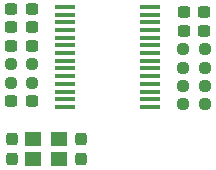
<source format=gbr>
%TF.GenerationSoftware,KiCad,Pcbnew,7.0.7*%
%TF.CreationDate,2023-08-27T10:12:23+07:00*%
%TF.ProjectId,TinyUSBHub,54696e79-5553-4424-9875-622e6b696361,rev?*%
%TF.SameCoordinates,Original*%
%TF.FileFunction,Paste,Top*%
%TF.FilePolarity,Positive*%
%FSLAX46Y46*%
G04 Gerber Fmt 4.6, Leading zero omitted, Abs format (unit mm)*
G04 Created by KiCad (PCBNEW 7.0.7) date 2023-08-27 10:12:23*
%MOMM*%
%LPD*%
G01*
G04 APERTURE LIST*
G04 Aperture macros list*
%AMRoundRect*
0 Rectangle with rounded corners*
0 $1 Rounding radius*
0 $2 $3 $4 $5 $6 $7 $8 $9 X,Y pos of 4 corners*
0 Add a 4 corners polygon primitive as box body*
4,1,4,$2,$3,$4,$5,$6,$7,$8,$9,$2,$3,0*
0 Add four circle primitives for the rounded corners*
1,1,$1+$1,$2,$3*
1,1,$1+$1,$4,$5*
1,1,$1+$1,$6,$7*
1,1,$1+$1,$8,$9*
0 Add four rect primitives between the rounded corners*
20,1,$1+$1,$2,$3,$4,$5,0*
20,1,$1+$1,$4,$5,$6,$7,0*
20,1,$1+$1,$6,$7,$8,$9,0*
20,1,$1+$1,$8,$9,$2,$3,0*%
G04 Aperture macros list end*
%ADD10R,1.400000X1.200000*%
%ADD11R,1.750000X0.450000*%
%ADD12RoundRect,0.237500X-0.250000X-0.237500X0.250000X-0.237500X0.250000X0.237500X-0.250000X0.237500X0*%
%ADD13RoundRect,0.237500X0.250000X0.237500X-0.250000X0.237500X-0.250000X-0.237500X0.250000X-0.237500X0*%
%ADD14RoundRect,0.237500X0.237500X-0.300000X0.237500X0.300000X-0.237500X0.300000X-0.237500X-0.300000X0*%
%ADD15RoundRect,0.237500X-0.237500X0.300000X-0.237500X-0.300000X0.237500X-0.300000X0.237500X0.300000X0*%
%ADD16RoundRect,0.237500X0.300000X0.237500X-0.300000X0.237500X-0.300000X-0.237500X0.300000X-0.237500X0*%
%ADD17RoundRect,0.237500X-0.300000X-0.237500X0.300000X-0.237500X0.300000X0.237500X-0.300000X0.237500X0*%
G04 APERTURE END LIST*
D10*
%TO.C,Y1*%
X111450000Y-105475000D03*
X109250000Y-105475000D03*
X109250000Y-107175000D03*
X111450000Y-107175000D03*
%TD*%
D11*
%TO.C,U1*%
X111950000Y-94325000D03*
X111950000Y-94975000D03*
X111950000Y-95625000D03*
X111950000Y-96275000D03*
X111950000Y-96925000D03*
X111950000Y-97575000D03*
X111950000Y-98225000D03*
X111950000Y-98875000D03*
X111950000Y-99525000D03*
X111950000Y-100175000D03*
X111950000Y-100825000D03*
X111950000Y-101475000D03*
X111950000Y-102125000D03*
X111950000Y-102775000D03*
X119150000Y-102775000D03*
X119150000Y-102125000D03*
X119150000Y-101475000D03*
X119150000Y-100825000D03*
X119150000Y-100175000D03*
X119150000Y-99525000D03*
X119150000Y-98875000D03*
X119150000Y-98225000D03*
X119150000Y-97575000D03*
X119150000Y-96925000D03*
X119150000Y-96275000D03*
X119150000Y-95625000D03*
X119150000Y-94975000D03*
X119150000Y-94325000D03*
%TD*%
D12*
%TO.C,R7*%
X121937500Y-99450000D03*
X123762500Y-99450000D03*
%TD*%
%TO.C,R6*%
X121937500Y-97893000D03*
X123762500Y-97893000D03*
%TD*%
D13*
%TO.C,R5*%
X123762500Y-101007000D03*
X121937500Y-101007000D03*
%TD*%
%TO.C,R4*%
X123762500Y-102564000D03*
X121937500Y-102564000D03*
%TD*%
D12*
%TO.C,R3*%
X107337500Y-99167000D03*
X109162500Y-99167000D03*
%TD*%
D13*
%TO.C,R1*%
X109162500Y-100726000D03*
X107337500Y-100726000D03*
%TD*%
D14*
%TO.C,C12*%
X107400000Y-107187500D03*
X107400000Y-105462500D03*
%TD*%
D15*
%TO.C,C11*%
X113300000Y-105462500D03*
X113300000Y-107187500D03*
%TD*%
D16*
%TO.C,C6*%
X109112500Y-102285000D03*
X107387500Y-102285000D03*
%TD*%
%TO.C,C5*%
X109112500Y-94490000D03*
X107387500Y-94490000D03*
%TD*%
%TO.C,C4*%
X109112500Y-96049000D03*
X107387500Y-96049000D03*
%TD*%
D17*
%TO.C,C3*%
X121987500Y-96336000D03*
X123712500Y-96336000D03*
%TD*%
D16*
%TO.C,C2*%
X109112500Y-97608000D03*
X107387500Y-97608000D03*
%TD*%
D17*
%TO.C,C1*%
X121987500Y-94779000D03*
X123712500Y-94779000D03*
%TD*%
M02*

</source>
